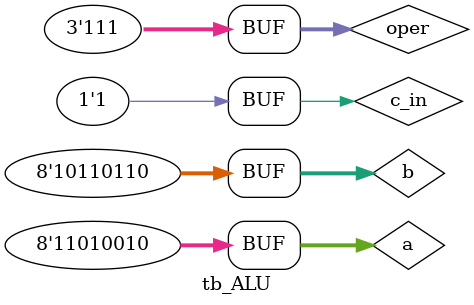
<source format=v>
`timescale 1 ns / 1 ns
`include "ALU.v"

module tb_ALU();

wire c_out;
wire [7:0] sum;
reg [2:0] oper;
reg [7:0] a;
reg [7:0] b;
reg c_in;

initial begin
    a = 8'b1101_0010;
	b = 8'b1011_0110;
    c_in = 1'b1;
    oper = 3'b0;
    repeat (7)begin
        #1 oper = oper+1;
    end
end

ALU alu(c_out, sum, oper, a, b, c_in);

initial
    $monitor("At time %3t, a= %8b, b= %8b, c_in= %b, oper = %b, sum= %b, c_out = %b",$time, a,b,c_in, oper,sum,c_out);

endmodule
</source>
